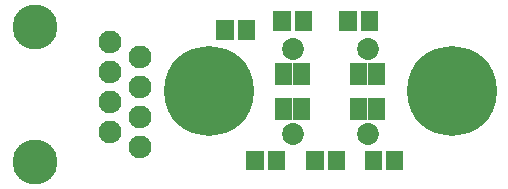
<source format=gbr>
G04 start of page 7 for group -4063 idx -4063 *
G04 Title: (unknown), componentmask *
G04 Creator: pcb 20140316 *
G04 CreationDate: Fri 27 Feb 2015 09:32:21 PM GMT UTC *
G04 For: ndholmes *
G04 Format: Gerber/RS-274X *
G04 PCB-Dimensions (mil): 1900.00 620.00 *
G04 PCB-Coordinate-Origin: lower left *
%MOIN*%
%FSLAX25Y25*%
%LNTOPMASK*%
%ADD45R,0.0572X0.0572*%
%ADD44C,0.0730*%
%ADD43C,0.1500*%
%ADD42C,0.0760*%
%ADD41C,0.2997*%
G54D41*X90000Y32000D03*
G54D42*X57000Y48500D03*
X67000Y43500D03*
X57000Y38500D03*
X67000Y33500D03*
X57000Y28500D03*
X67000Y23500D03*
X57000Y18500D03*
X67000Y13500D03*
G54D43*X32000Y53500D03*
Y8500D03*
G54D44*X118000Y17950D03*
Y46050D03*
G54D41*X171000Y32000D03*
G54D44*X143000Y17950D03*
Y46050D03*
G54D45*X95457Y52893D02*Y52107D01*
X102543Y52893D02*Y52107D01*
X114457Y55893D02*Y55107D01*
X121543Y55893D02*Y55107D01*
X136457Y55893D02*Y55107D01*
X143543Y55893D02*Y55107D01*
X125457Y9393D02*Y8607D01*
X132543Y9393D02*Y8607D01*
X140050Y26900D02*Y25300D01*
X115050Y26900D02*Y25300D01*
X120950Y26900D02*Y25300D01*
X115050Y38700D02*Y37100D01*
X120950Y38700D02*Y37100D01*
X145950Y26900D02*Y25300D01*
X140050Y38700D02*Y37100D01*
X145950Y38700D02*Y37100D01*
X144957Y9393D02*Y8607D01*
X152043Y9393D02*Y8607D01*
X105457Y9393D02*Y8607D01*
X112543Y9393D02*Y8607D01*
M02*

</source>
